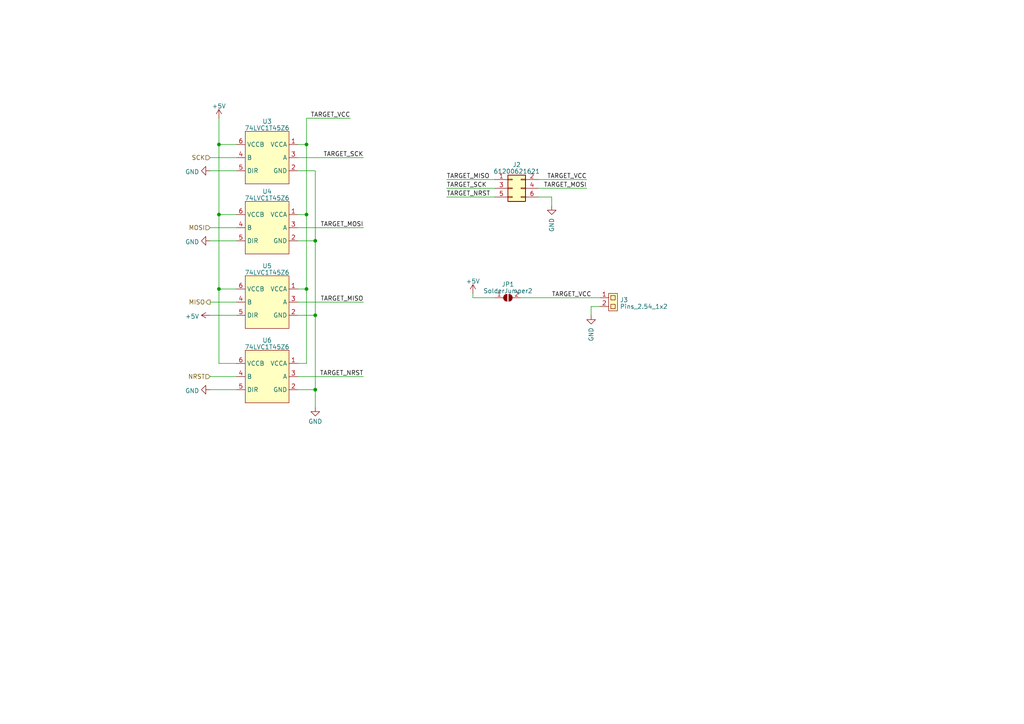
<source format=kicad_sch>
(kicad_sch (version 20230121) (generator eeschema)

  (uuid d1b3d3cc-c3b7-4026-8815-95ff3b9d6e28)

  (paper "A4")

  (lib_symbols
    (symbol "Connector_Generic:Conn_02x03_Odd_Even" (pin_names (offset 1.016) hide) (in_bom yes) (on_board yes)
      (property "Reference" "J" (at 1.27 5.08 0)
        (effects (font (size 1.27 1.27)))
      )
      (property "Value" "Conn_02x03_Odd_Even" (at 1.27 -5.08 0)
        (effects (font (size 1.27 1.27)))
      )
      (property "Footprint" "" (at 0 0 0)
        (effects (font (size 1.27 1.27)) hide)
      )
      (property "Datasheet" "~" (at 0 0 0)
        (effects (font (size 1.27 1.27)) hide)
      )
      (property "ki_keywords" "connector" (at 0 0 0)
        (effects (font (size 1.27 1.27)) hide)
      )
      (property "ki_description" "Generic connector, double row, 02x03, odd/even pin numbering scheme (row 1 odd numbers, row 2 even numbers), script generated (kicad-library-utils/schlib/autogen/connector/)" (at 0 0 0)
        (effects (font (size 1.27 1.27)) hide)
      )
      (property "ki_fp_filters" "Connector*:*_2x??_*" (at 0 0 0)
        (effects (font (size 1.27 1.27)) hide)
      )
      (symbol "Conn_02x03_Odd_Even_1_1"
        (rectangle (start -1.27 -2.413) (end 0 -2.667)
          (stroke (width 0.1524) (type default))
          (fill (type none))
        )
        (rectangle (start -1.27 0.127) (end 0 -0.127)
          (stroke (width 0.1524) (type default))
          (fill (type none))
        )
        (rectangle (start -1.27 2.667) (end 0 2.413)
          (stroke (width 0.1524) (type default))
          (fill (type none))
        )
        (rectangle (start -1.27 3.81) (end 3.81 -3.81)
          (stroke (width 0.254) (type default))
          (fill (type background))
        )
        (rectangle (start 3.81 -2.413) (end 2.54 -2.667)
          (stroke (width 0.1524) (type default))
          (fill (type none))
        )
        (rectangle (start 3.81 0.127) (end 2.54 -0.127)
          (stroke (width 0.1524) (type default))
          (fill (type none))
        )
        (rectangle (start 3.81 2.667) (end 2.54 2.413)
          (stroke (width 0.1524) (type default))
          (fill (type none))
        )
        (pin passive line (at -5.08 2.54 0) (length 3.81)
          (name "Pin_1" (effects (font (size 1.27 1.27))))
          (number "1" (effects (font (size 1.27 1.27))))
        )
        (pin passive line (at 7.62 2.54 180) (length 3.81)
          (name "Pin_2" (effects (font (size 1.27 1.27))))
          (number "2" (effects (font (size 1.27 1.27))))
        )
        (pin passive line (at -5.08 0 0) (length 3.81)
          (name "Pin_3" (effects (font (size 1.27 1.27))))
          (number "3" (effects (font (size 1.27 1.27))))
        )
        (pin passive line (at 7.62 0 180) (length 3.81)
          (name "Pin_4" (effects (font (size 1.27 1.27))))
          (number "4" (effects (font (size 1.27 1.27))))
        )
        (pin passive line (at -5.08 -2.54 0) (length 3.81)
          (name "Pin_5" (effects (font (size 1.27 1.27))))
          (number "5" (effects (font (size 1.27 1.27))))
        )
        (pin passive line (at 7.62 -2.54 180) (length 3.81)
          (name "Pin_6" (effects (font (size 1.27 1.27))))
          (number "6" (effects (font (size 1.27 1.27))))
        )
      )
    )
    (symbol "GND_1" (power) (pin_names (offset 0)) (in_bom yes) (on_board yes)
      (property "Reference" "#PWR" (at 0 -6.35 0)
        (effects (font (size 1.27 1.27)) hide)
      )
      (property "Value" "GND_1" (at 0 -3.81 0)
        (effects (font (size 1.27 1.27)))
      )
      (property "Footprint" "" (at 0 0 0)
        (effects (font (size 1.27 1.27)) hide)
      )
      (property "Datasheet" "" (at 0 0 0)
        (effects (font (size 1.27 1.27)) hide)
      )
      (property "ki_keywords" "global power" (at 0 0 0)
        (effects (font (size 1.27 1.27)) hide)
      )
      (property "ki_description" "Power symbol creates a global label with name \"GND\" , ground" (at 0 0 0)
        (effects (font (size 1.27 1.27)) hide)
      )
      (symbol "GND_1_0_1"
        (polyline
          (pts
            (xy 0 0)
            (xy 0 -1.27)
            (xy 1.27 -1.27)
            (xy 0 -2.54)
            (xy -1.27 -1.27)
            (xy 0 -1.27)
          )
          (stroke (width 0) (type default))
          (fill (type none))
        )
      )
      (symbol "GND_1_1_1"
        (pin power_in line (at 0 0 270) (length 0) hide
          (name "GND" (effects (font (size 1.27 1.27))))
          (number "1" (effects (font (size 1.27 1.27))))
        )
      )
    )
    (symbol "J_Connector:Pins_2.54_1x2" (pin_names hide) (in_bom yes) (on_board yes)
      (property "Reference" "J" (at -1.27 6.35 0)
        (effects (font (size 1.27 1.27)))
      )
      (property "Value" "Pins_2.54_1x2" (at 0 -1.27 0)
        (effects (font (size 1.27 1.27)))
      )
      (property "Footprint" "J_Connector:Pins-2.54-1x2" (at 0 -3.175 0)
        (effects (font (size 1.27 1.27)) hide)
      )
      (property "Datasheet" "" (at 0 0 0)
        (effects (font (size 1.27 1.27)) hide)
      )
      (symbol "Pins_2.54_1x2_0_1"
        (rectangle (start -1.27 5.08) (end 1.27 0)
          (stroke (width 0.1524) (type default))
          (fill (type background))
        )
        (rectangle (start -0.635 1.905) (end 0.635 0.635)
          (stroke (width 0.1524) (type default))
          (fill (type none))
        )
        (rectangle (start -0.635 4.445) (end 0.635 3.175)
          (stroke (width 0.1524) (type default))
          (fill (type none))
        )
      )
      (symbol "Pins_2.54_1x2_1_1"
        (pin passive line (at -3.81 3.81 0) (length 2.54)
          (name "1" (effects (font (size 1.27 1.27))))
          (number "1" (effects (font (size 1.27 1.27))))
        )
        (pin passive line (at -3.81 1.27 0) (length 2.54)
          (name "2" (effects (font (size 1.27 1.27))))
          (number "2" (effects (font (size 1.27 1.27))))
        )
      )
    )
    (symbol "Jumper:SolderJumper_2_Open" (pin_names (offset 0) hide) (in_bom yes) (on_board yes)
      (property "Reference" "JP" (at 0 2.032 0)
        (effects (font (size 1.27 1.27)))
      )
      (property "Value" "SolderJumper_2_Open" (at 0 -2.54 0)
        (effects (font (size 1.27 1.27)))
      )
      (property "Footprint" "" (at 0 0 0)
        (effects (font (size 1.27 1.27)) hide)
      )
      (property "Datasheet" "~" (at 0 0 0)
        (effects (font (size 1.27 1.27)) hide)
      )
      (property "ki_keywords" "solder jumper SPST" (at 0 0 0)
        (effects (font (size 1.27 1.27)) hide)
      )
      (property "ki_description" "Solder Jumper, 2-pole, open" (at 0 0 0)
        (effects (font (size 1.27 1.27)) hide)
      )
      (property "ki_fp_filters" "SolderJumper*Open*" (at 0 0 0)
        (effects (font (size 1.27 1.27)) hide)
      )
      (symbol "SolderJumper_2_Open_0_1"
        (arc (start -0.254 1.016) (mid -1.2656 0) (end -0.254 -1.016)
          (stroke (width 0) (type default))
          (fill (type none))
        )
        (arc (start -0.254 1.016) (mid -1.2656 0) (end -0.254 -1.016)
          (stroke (width 0) (type default))
          (fill (type outline))
        )
        (polyline
          (pts
            (xy -0.254 1.016)
            (xy -0.254 -1.016)
          )
          (stroke (width 0) (type default))
          (fill (type none))
        )
        (polyline
          (pts
            (xy 0.254 1.016)
            (xy 0.254 -1.016)
          )
          (stroke (width 0) (type default))
          (fill (type none))
        )
        (arc (start 0.254 -1.016) (mid 1.2656 0) (end 0.254 1.016)
          (stroke (width 0) (type default))
          (fill (type none))
        )
        (arc (start 0.254 -1.016) (mid 1.2656 0) (end 0.254 1.016)
          (stroke (width 0) (type default))
          (fill (type outline))
        )
      )
      (symbol "SolderJumper_2_Open_1_1"
        (pin passive line (at -3.81 0 0) (length 2.54)
          (name "A" (effects (font (size 1.27 1.27))))
          (number "1" (effects (font (size 1.27 1.27))))
        )
        (pin passive line (at 3.81 0 180) (length 2.54)
          (name "B" (effects (font (size 1.27 1.27))))
          (number "2" (effects (font (size 1.27 1.27))))
        )
      )
    )
    (symbol "U_Basic:74LVC1T45Z6" (in_bom yes) (on_board yes)
      (property "Reference" "U" (at -5.08 16.51 0)
        (effects (font (size 1.27 1.27)))
      )
      (property "Value" "74LVC1T45Z6" (at 0 -1.27 0)
        (effects (font (size 1.27 1.27)))
      )
      (property "Footprint" "U_IC:SOT563" (at 0 -6.35 0)
        (effects (font (size 1.27 1.27)) hide)
      )
      (property "Datasheet" "https://www.diodes.com/assets/Datasheets/74LVC1T45.pdf" (at 0 -3.81 0)
        (effects (font (size 1.27 1.27)) hide)
      )
      (property "ki_description" "IC TRANSLTR BIDIRECTIONAL SOT563" (at 0 0 0)
        (effects (font (size 1.27 1.27)) hide)
      )
      (symbol "74LVC1T45Z6_1_1"
        (rectangle (start -6.35 15.24) (end 6.35 0)
          (stroke (width 0) (type default))
          (fill (type background))
        )
        (pin power_in line (at -8.89 11.43 0) (length 2.54)
          (name "VCCA" (effects (font (size 1.27 1.27))))
          (number "1" (effects (font (size 1.27 1.27))))
        )
        (pin power_in line (at -8.89 3.81 0) (length 2.54)
          (name "GND" (effects (font (size 1.27 1.27))))
          (number "2" (effects (font (size 1.27 1.27))))
        )
        (pin bidirectional line (at -8.89 7.62 0) (length 2.54)
          (name "A" (effects (font (size 1.27 1.27))))
          (number "3" (effects (font (size 1.27 1.27))))
        )
        (pin bidirectional line (at 8.89 7.62 180) (length 2.54)
          (name "B" (effects (font (size 1.27 1.27))))
          (number "4" (effects (font (size 1.27 1.27))))
        )
        (pin input line (at 8.89 3.81 180) (length 2.54)
          (name "DIR" (effects (font (size 1.27 1.27))))
          (number "5" (effects (font (size 1.27 1.27))))
        )
        (pin power_in line (at 8.89 11.43 180) (length 2.54)
          (name "VCCB" (effects (font (size 1.27 1.27))))
          (number "6" (effects (font (size 1.27 1.27))))
        )
      )
    )
    (symbol "power:+5V" (power) (pin_names (offset 0)) (in_bom yes) (on_board yes)
      (property "Reference" "#PWR" (at 0 -3.81 0)
        (effects (font (size 1.27 1.27)) hide)
      )
      (property "Value" "+5V" (at 0 3.556 0)
        (effects (font (size 1.27 1.27)))
      )
      (property "Footprint" "" (at 0 0 0)
        (effects (font (size 1.27 1.27)) hide)
      )
      (property "Datasheet" "" (at 0 0 0)
        (effects (font (size 1.27 1.27)) hide)
      )
      (property "ki_keywords" "global power" (at 0 0 0)
        (effects (font (size 1.27 1.27)) hide)
      )
      (property "ki_description" "Power symbol creates a global label with name \"+5V\"" (at 0 0 0)
        (effects (font (size 1.27 1.27)) hide)
      )
      (symbol "+5V_0_1"
        (polyline
          (pts
            (xy -0.762 1.27)
            (xy 0 2.54)
          )
          (stroke (width 0) (type default))
          (fill (type none))
        )
        (polyline
          (pts
            (xy 0 0)
            (xy 0 2.54)
          )
          (stroke (width 0) (type default))
          (fill (type none))
        )
        (polyline
          (pts
            (xy 0 2.54)
            (xy 0.762 1.27)
          )
          (stroke (width 0) (type default))
          (fill (type none))
        )
      )
      (symbol "+5V_1_1"
        (pin power_in line (at 0 0 90) (length 0) hide
          (name "+5V" (effects (font (size 1.27 1.27))))
          (number "1" (effects (font (size 1.27 1.27))))
        )
      )
    )
    (symbol "power:GND" (power) (pin_names (offset 0)) (in_bom yes) (on_board yes)
      (property "Reference" "#PWR" (at 0 -6.35 0)
        (effects (font (size 1.27 1.27)) hide)
      )
      (property "Value" "GND" (at 0 -3.81 0)
        (effects (font (size 1.27 1.27)))
      )
      (property "Footprint" "" (at 0 0 0)
        (effects (font (size 1.27 1.27)) hide)
      )
      (property "Datasheet" "" (at 0 0 0)
        (effects (font (size 1.27 1.27)) hide)
      )
      (property "ki_keywords" "power-flag" (at 0 0 0)
        (effects (font (size 1.27 1.27)) hide)
      )
      (property "ki_description" "Power symbol creates a global label with name \"GND\" , ground" (at 0 0 0)
        (effects (font (size 1.27 1.27)) hide)
      )
      (symbol "GND_0_1"
        (polyline
          (pts
            (xy 0 0)
            (xy 0 -1.27)
            (xy 1.27 -1.27)
            (xy 0 -2.54)
            (xy -1.27 -1.27)
            (xy 0 -1.27)
          )
          (stroke (width 0) (type default))
          (fill (type none))
        )
      )
      (symbol "GND_1_1"
        (pin power_in line (at 0 0 270) (length 0) hide
          (name "GND" (effects (font (size 1.27 1.27))))
          (number "1" (effects (font (size 1.27 1.27))))
        )
      )
    )
  )

  (junction (at 91.44 91.44) (diameter 0) (color 0 0 0 0)
    (uuid 2a85878d-dbb4-48a5-a9d0-48408d3f4af6)
  )
  (junction (at 88.9 41.91) (diameter 0) (color 0 0 0 0)
    (uuid 3b50b2bb-55dc-4924-8888-4fba3bd2d0b4)
  )
  (junction (at 88.9 83.82) (diameter 0) (color 0 0 0 0)
    (uuid 5963b151-8a9a-41aa-a8cb-74c8163c8729)
  )
  (junction (at 88.9 62.23) (diameter 0) (color 0 0 0 0)
    (uuid 5c5460f1-6bb6-4c0a-b797-d6d8b3a05753)
  )
  (junction (at 91.44 113.03) (diameter 0) (color 0 0 0 0)
    (uuid 64ae0607-0c72-48f4-9eab-ee33f3a01647)
  )
  (junction (at 91.44 69.85) (diameter 0) (color 0 0 0 0)
    (uuid 7306dc04-cf4f-4f31-a688-c810d0b650e3)
  )
  (junction (at 63.5 83.82) (diameter 0) (color 0 0 0 0)
    (uuid 87f4711d-55ff-4700-80a3-2b93d6ee7437)
  )
  (junction (at 63.5 62.23) (diameter 0) (color 0 0 0 0)
    (uuid a5d33a9c-6aa8-4754-b0b0-c2ccdb982721)
  )
  (junction (at 63.5 41.91) (diameter 0) (color 0 0 0 0)
    (uuid a67300c8-1d6f-4448-a398-9464540d3b34)
  )

  (wire (pts (xy 156.21 52.07) (xy 170.18 52.07))
    (stroke (width 0) (type default))
    (uuid 06203034-9101-4cd3-9b72-3614afb635f6)
  )
  (wire (pts (xy 171.45 91.44) (xy 171.45 88.9))
    (stroke (width 0) (type default))
    (uuid 09d219eb-9200-46af-98a2-657cbebf658b)
  )
  (wire (pts (xy 63.5 83.82) (xy 68.58 83.82))
    (stroke (width 0) (type default))
    (uuid 129c60f4-a2e7-4b5d-b1d8-be97d220e2ef)
  )
  (wire (pts (xy 63.5 41.91) (xy 68.58 41.91))
    (stroke (width 0) (type default))
    (uuid 1556bdc9-811d-449d-b8f4-6c9aa4dca6ea)
  )
  (wire (pts (xy 63.5 41.91) (xy 63.5 62.23))
    (stroke (width 0) (type default))
    (uuid 211aa025-4019-42fe-a647-6c03334125cc)
  )
  (wire (pts (xy 91.44 91.44) (xy 91.44 113.03))
    (stroke (width 0) (type default))
    (uuid 36067232-18cd-4767-bca0-f69080e5874b)
  )
  (wire (pts (xy 63.5 62.23) (xy 68.58 62.23))
    (stroke (width 0) (type default))
    (uuid 362f33ca-f61f-49d5-bb11-892a174b53a7)
  )
  (wire (pts (xy 60.96 109.22) (xy 68.58 109.22))
    (stroke (width 0) (type default))
    (uuid 386ecd86-3c1f-4405-8cea-99f1ccca3be0)
  )
  (wire (pts (xy 86.36 87.63) (xy 105.41 87.63))
    (stroke (width 0) (type default))
    (uuid 3c9dbc53-e90f-43b9-8bad-e85b66e7bf65)
  )
  (wire (pts (xy 86.36 83.82) (xy 88.9 83.82))
    (stroke (width 0) (type default))
    (uuid 40d76a86-e495-447e-bd7a-e3db2c79cfa7)
  )
  (wire (pts (xy 60.96 49.53) (xy 68.58 49.53))
    (stroke (width 0) (type default))
    (uuid 470fb0a6-d040-43ce-b9dc-19797e213ef2)
  )
  (wire (pts (xy 63.5 83.82) (xy 63.5 105.41))
    (stroke (width 0) (type default))
    (uuid 479bef8a-4d3d-4edd-b4d4-39d28a179984)
  )
  (wire (pts (xy 129.54 54.61) (xy 143.51 54.61))
    (stroke (width 0) (type default))
    (uuid 5225d12d-0490-4be1-b5dd-d39a5d2fa447)
  )
  (wire (pts (xy 86.36 109.22) (xy 105.41 109.22))
    (stroke (width 0) (type default))
    (uuid 560c1d9d-c072-4989-af77-46faad56f360)
  )
  (wire (pts (xy 160.02 57.15) (xy 156.21 57.15))
    (stroke (width 0) (type default))
    (uuid 60c6b1b9-2d8e-47e2-85d7-a8756fded737)
  )
  (wire (pts (xy 86.36 91.44) (xy 91.44 91.44))
    (stroke (width 0) (type default))
    (uuid 63660d25-2cea-4294-916e-d57f3a2f83bb)
  )
  (wire (pts (xy 60.96 66.04) (xy 68.58 66.04))
    (stroke (width 0) (type default))
    (uuid 6645943b-afdd-49ce-8262-8f1400c1c601)
  )
  (wire (pts (xy 88.9 41.91) (xy 88.9 62.23))
    (stroke (width 0) (type default))
    (uuid 6a8523e6-73df-450a-855f-7c15f2329819)
  )
  (wire (pts (xy 86.36 105.41) (xy 88.9 105.41))
    (stroke (width 0) (type default))
    (uuid 6f7d3573-4658-436f-b4a8-82271d1d762b)
  )
  (wire (pts (xy 160.02 59.69) (xy 160.02 57.15))
    (stroke (width 0) (type default))
    (uuid 6f98c627-636e-4816-bf5d-70d3695a9f2d)
  )
  (wire (pts (xy 60.96 45.72) (xy 68.58 45.72))
    (stroke (width 0) (type default))
    (uuid 78163f8a-8343-42f7-b641-a1778ec4f566)
  )
  (wire (pts (xy 86.36 113.03) (xy 91.44 113.03))
    (stroke (width 0) (type default))
    (uuid 7b8e0da8-91dd-4c07-a88e-5e37ca51f185)
  )
  (wire (pts (xy 137.16 86.36) (xy 143.51 86.36))
    (stroke (width 0) (type default))
    (uuid 83296a1c-4b68-4aed-9c98-db8aca431274)
  )
  (wire (pts (xy 86.36 69.85) (xy 91.44 69.85))
    (stroke (width 0) (type default))
    (uuid 8584208d-2cd4-4a44-b90a-2fd87f58c529)
  )
  (wire (pts (xy 60.96 113.03) (xy 68.58 113.03))
    (stroke (width 0) (type default))
    (uuid 93f98a7c-abcc-4e2e-afb1-68d5b2f73f98)
  )
  (wire (pts (xy 171.45 88.9) (xy 173.99 88.9))
    (stroke (width 0) (type default))
    (uuid 990d5b80-90aa-4bad-af82-dda693e01a20)
  )
  (wire (pts (xy 88.9 34.29) (xy 88.9 41.91))
    (stroke (width 0) (type default))
    (uuid a4ba7f50-0c0d-4c1e-ae2a-f90e95d152d6)
  )
  (wire (pts (xy 86.36 62.23) (xy 88.9 62.23))
    (stroke (width 0) (type default))
    (uuid ac94e639-c9df-4813-9450-1f3bb0cc5449)
  )
  (wire (pts (xy 137.16 85.09) (xy 137.16 86.36))
    (stroke (width 0) (type default))
    (uuid af1f16e6-290e-4bc1-ba0c-697704e23b26)
  )
  (wire (pts (xy 86.36 66.04) (xy 105.41 66.04))
    (stroke (width 0) (type default))
    (uuid b9e6e256-7078-4a33-bc93-e1c01c40264f)
  )
  (wire (pts (xy 151.13 86.36) (xy 173.99 86.36))
    (stroke (width 0) (type default))
    (uuid ba7e4bae-3ade-433b-b61f-66de67aac398)
  )
  (wire (pts (xy 60.96 87.63) (xy 68.58 87.63))
    (stroke (width 0) (type default))
    (uuid bacd5bae-3f7d-44f1-bb39-abec193edb4a)
  )
  (wire (pts (xy 63.5 105.41) (xy 68.58 105.41))
    (stroke (width 0) (type default))
    (uuid c9c7e571-5820-4324-98f6-b21758ff7e0d)
  )
  (wire (pts (xy 88.9 83.82) (xy 88.9 105.41))
    (stroke (width 0) (type default))
    (uuid d0f7cdc0-00eb-4587-8736-47a3e418d3c7)
  )
  (wire (pts (xy 86.36 49.53) (xy 91.44 49.53))
    (stroke (width 0) (type default))
    (uuid d17ce299-c2eb-4815-b9f2-75584d4249f5)
  )
  (wire (pts (xy 60.96 69.85) (xy 68.58 69.85))
    (stroke (width 0) (type default))
    (uuid d4051b4f-83a9-4bfb-8afd-6f48cbb15925)
  )
  (wire (pts (xy 63.5 34.29) (xy 63.5 41.91))
    (stroke (width 0) (type default))
    (uuid d4bc1e8d-e8f4-47a2-9f14-fd13d588d178)
  )
  (wire (pts (xy 63.5 62.23) (xy 63.5 83.82))
    (stroke (width 0) (type default))
    (uuid d52d47ac-52c7-41f2-aaf7-f69f052e1f1b)
  )
  (wire (pts (xy 91.44 113.03) (xy 91.44 118.11))
    (stroke (width 0) (type default))
    (uuid d5348863-7ac3-485e-8f50-13405a5a5bae)
  )
  (wire (pts (xy 101.6 34.29) (xy 88.9 34.29))
    (stroke (width 0) (type default))
    (uuid d957e1b1-f92a-4013-9c68-0018885d1ded)
  )
  (wire (pts (xy 60.96 91.44) (xy 68.58 91.44))
    (stroke (width 0) (type default))
    (uuid dc10ab37-7c08-49cf-89cb-3fb48317db90)
  )
  (wire (pts (xy 91.44 69.85) (xy 91.44 91.44))
    (stroke (width 0) (type default))
    (uuid de859142-591c-4f46-8378-c3ae17f40543)
  )
  (wire (pts (xy 86.36 41.91) (xy 88.9 41.91))
    (stroke (width 0) (type default))
    (uuid e13ccffd-2ff8-4eaf-a0e7-76c2640ea55e)
  )
  (wire (pts (xy 129.54 57.15) (xy 143.51 57.15))
    (stroke (width 0) (type default))
    (uuid e4f12ed0-967f-41c8-9399-05889cf89113)
  )
  (wire (pts (xy 86.36 45.72) (xy 105.41 45.72))
    (stroke (width 0) (type default))
    (uuid eb2a1d10-331c-40a4-a983-ea046c53d49e)
  )
  (wire (pts (xy 91.44 49.53) (xy 91.44 69.85))
    (stroke (width 0) (type default))
    (uuid ef29f4f7-5235-4f6b-9fe0-7138383ca14d)
  )
  (wire (pts (xy 129.54 52.07) (xy 143.51 52.07))
    (stroke (width 0) (type default))
    (uuid f05c3ecc-689a-41b4-9457-44faea6d3f8a)
  )
  (wire (pts (xy 88.9 62.23) (xy 88.9 83.82))
    (stroke (width 0) (type default))
    (uuid f06bef35-bb07-46f9-a12a-d32794dcd269)
  )
  (wire (pts (xy 156.21 54.61) (xy 170.18 54.61))
    (stroke (width 0) (type default))
    (uuid fe977348-c68a-432c-8ba5-962eade0791f)
  )

  (label "TARGET_SCK" (at 105.41 45.72 180) (fields_autoplaced)
    (effects (font (size 1.27 1.27)) (justify right bottom))
    (uuid 06178feb-5eb5-4a7e-b883-339ba8e12e44)
  )
  (label "TARGET_VCC" (at 101.6 34.29 180) (fields_autoplaced)
    (effects (font (size 1.27 1.27)) (justify right bottom))
    (uuid 07c7f909-14cd-4b72-b91e-213f67f65f78)
  )
  (label "TARGET_MISO" (at 129.54 52.07 0) (fields_autoplaced)
    (effects (font (size 1.27 1.27)) (justify left bottom))
    (uuid 1e269edd-b429-4297-9f8d-25d1ca3e8d76)
  )
  (label "TARGET_NRST" (at 105.41 109.22 180) (fields_autoplaced)
    (effects (font (size 1.27 1.27)) (justify right bottom))
    (uuid 2e4710f8-58d3-425f-bc19-d4fd8b11227f)
  )
  (label "TARGET_NRST" (at 129.54 57.15 0) (fields_autoplaced)
    (effects (font (size 1.27 1.27)) (justify left bottom))
    (uuid 4a10625b-4bd0-4ebd-bb60-bda5db05909e)
  )
  (label "TARGET_MOSI" (at 170.18 54.61 180) (fields_autoplaced)
    (effects (font (size 1.27 1.27)) (justify right bottom))
    (uuid 5a6263bb-d93e-4ad9-9ae1-4260264944c7)
  )
  (label "TARGET_SCK" (at 129.54 54.61 0) (fields_autoplaced)
    (effects (font (size 1.27 1.27)) (justify left bottom))
    (uuid 6d7f7091-8e44-4cb1-8b4d-3de1414c2735)
  )
  (label "TARGET_VCC" (at 170.18 52.07 180) (fields_autoplaced)
    (effects (font (size 1.27 1.27)) (justify right bottom))
    (uuid 8b481b84-f46a-4fc7-b5d5-32937c9254e8)
  )
  (label "TARGET_MISO" (at 105.41 87.63 180) (fields_autoplaced)
    (effects (font (size 1.27 1.27)) (justify right bottom))
    (uuid 9acf4aa4-f777-4ba3-8505-1836178432f6)
  )
  (label "TARGET_MOSI" (at 105.41 66.04 180) (fields_autoplaced)
    (effects (font (size 1.27 1.27)) (justify right bottom))
    (uuid b37fcc1c-9829-4fe7-ae5c-4f5c0f393040)
  )
  (label "TARGET_VCC" (at 160.02 86.36 0) (fields_autoplaced)
    (effects (font (size 1.27 1.27)) (justify left bottom))
    (uuid ba5b7b90-3c30-443b-a18d-d2e6a8e645c4)
  )

  (hierarchical_label "MOSI" (shape input) (at 60.96 66.04 180) (fields_autoplaced)
    (effects (font (size 1.27 1.27)) (justify right))
    (uuid 2d2de897-72ff-4111-a6e8-b7bd72670982)
  )
  (hierarchical_label "SCK" (shape input) (at 60.96 45.72 180) (fields_autoplaced)
    (effects (font (size 1.27 1.27)) (justify right))
    (uuid 3695045f-040a-475f-9d68-77c1de8d6336)
  )
  (hierarchical_label "NRST" (shape input) (at 60.96 109.22 180) (fields_autoplaced)
    (effects (font (size 1.27 1.27)) (justify right))
    (uuid 9b87829c-d817-4254-b999-7876ece23864)
  )
  (hierarchical_label "MISO" (shape output) (at 60.96 87.63 180) (fields_autoplaced)
    (effects (font (size 1.27 1.27)) (justify right))
    (uuid f1d376ab-d1fd-4f01-a054-29548d3e0a3a)
  )

  (symbol (lib_name "GND_1") (lib_id "power:GND") (at 91.44 118.11 0) (unit 1)
    (in_bom yes) (on_board yes) (dnp no) (fields_autoplaced)
    (uuid 1c24382c-bb6f-40de-ac21-4aeabdc40fa2)
    (property "Reference" "#PWR026" (at 91.44 124.46 0)
      (effects (font (size 1.27 1.27)) hide)
    )
    (property "Value" "GND" (at 91.44 122.2455 0)
      (effects (font (size 1.27 1.27)))
    )
    (property "Footprint" "" (at 91.44 118.11 0)
      (effects (font (size 1.27 1.27)) hide)
    )
    (property "Datasheet" "" (at 91.44 118.11 0)
      (effects (font (size 1.27 1.27)) hide)
    )
    (pin "1" (uuid c79a9a90-8ddd-4b21-9171-0988a45ecca7))
    (instances
      (project "ICSP-Programmer-HW"
        (path "/5952f252-dd2a-4213-9849-5d3ec960c0f2/503087ff-ef98-4ee3-b2a9-012004e0bc0f"
          (reference "#PWR026") (unit 1)
        )
      )
    )
  )

  (symbol (lib_id "power:+5V") (at 137.16 85.09 0) (unit 1)
    (in_bom yes) (on_board yes) (dnp no) (fields_autoplaced)
    (uuid 29452eea-f3b5-43a7-ad41-283ef7150432)
    (property "Reference" "#PWR037" (at 137.16 88.9 0)
      (effects (font (size 1.27 1.27)) hide)
    )
    (property "Value" "+5V" (at 137.16 81.5881 0)
      (effects (font (size 1.27 1.27)))
    )
    (property "Footprint" "" (at 137.16 85.09 0)
      (effects (font (size 1.27 1.27)) hide)
    )
    (property "Datasheet" "" (at 137.16 85.09 0)
      (effects (font (size 1.27 1.27)) hide)
    )
    (pin "1" (uuid b05d902e-9e31-4cc1-bc68-54d7a246632d))
    (instances
      (project "ICSP-Programmer-HW"
        (path "/5952f252-dd2a-4213-9849-5d3ec960c0f2/503087ff-ef98-4ee3-b2a9-012004e0bc0f"
          (reference "#PWR037") (unit 1)
        )
      )
    )
  )

  (symbol (lib_id "power:GND") (at 160.02 59.69 0) (unit 1)
    (in_bom yes) (on_board yes) (dnp no)
    (uuid 7ac620bb-4d17-40c8-98f8-efa8067f694a)
    (property "Reference" "#PWR027" (at 160.02 66.04 0)
      (effects (font (size 1.27 1.27)) hide)
    )
    (property "Value" "GND" (at 160.02 67.31 90)
      (effects (font (size 1.27 1.27)) (justify left))
    )
    (property "Footprint" "" (at 160.02 59.69 0)
      (effects (font (size 1.27 1.27)) hide)
    )
    (property "Datasheet" "" (at 160.02 59.69 0)
      (effects (font (size 1.27 1.27)) hide)
    )
    (pin "1" (uuid f87047ef-ffb9-4168-b2e6-baf7dadf2d87))
    (instances
      (project "ICSP-Programmer-HW"
        (path "/5952f252-dd2a-4213-9849-5d3ec960c0f2"
          (reference "#PWR027") (unit 1)
        )
        (path "/5952f252-dd2a-4213-9849-5d3ec960c0f2/c520841e-c77f-4c7f-8e64-5a062111fbe9"
          (reference "#PWR07") (unit 1)
        )
        (path "/5952f252-dd2a-4213-9849-5d3ec960c0f2/503087ff-ef98-4ee3-b2a9-012004e0bc0f"
          (reference "#PWR025") (unit 1)
        )
      )
      (project "Control-HW"
        (path "/b6d3735f-4c90-4b13-8a59-d00862ca760c/0efb9293-af2b-4951-be8b-c2bbb9c050db"
          (reference "#PWR010") (unit 1)
        )
      )
    )
  )

  (symbol (lib_id "U_Basic:74LVC1T45Z6") (at 77.47 95.25 0) (mirror y) (unit 1)
    (in_bom yes) (on_board yes) (dnp no)
    (uuid 84d48baa-d27e-47e2-be0b-586192e9f974)
    (property "Reference" "U5" (at 77.47 77.1271 0)
      (effects (font (size 1.27 1.27)))
    )
    (property "Value" "74LVC1T45Z6" (at 77.47 79.0481 0)
      (effects (font (size 1.27 1.27)))
    )
    (property "Footprint" "U_IC:SOT563" (at 77.47 101.6 0)
      (effects (font (size 1.27 1.27)) hide)
    )
    (property "Datasheet" "https://www.diodes.com/assets/Datasheets/74LVC1T45.pdf" (at 77.47 99.06 0)
      (effects (font (size 1.27 1.27)) hide)
    )
    (pin "1" (uuid 5e878984-11d0-43cd-8ea8-fac8611ef929))
    (pin "2" (uuid 9a547f48-e186-4ce9-919e-5799b0a0c8a9))
    (pin "3" (uuid 3e8c4758-8915-464b-877a-fce09ddeccdb))
    (pin "4" (uuid c2e253ea-8b4f-4153-8f22-d9bcc0bd05b7))
    (pin "5" (uuid 04c87ad9-41c4-464a-bbe3-f8507761b4f1))
    (pin "6" (uuid ace1895c-4229-41fc-9a4e-2cf021165439))
    (instances
      (project "ICSP-Programmer-HW"
        (path "/5952f252-dd2a-4213-9849-5d3ec960c0f2/503087ff-ef98-4ee3-b2a9-012004e0bc0f"
          (reference "U5") (unit 1)
        )
      )
    )
  )

  (symbol (lib_id "Connector_Generic:Conn_02x03_Odd_Even") (at 148.59 54.61 0) (unit 1)
    (in_bom yes) (on_board yes) (dnp no) (fields_autoplaced)
    (uuid 8e43e9c9-2107-404b-9ca5-184eaac5b58f)
    (property "Reference" "J2" (at 149.86 47.7901 0)
      (effects (font (size 1.27 1.27)))
    )
    (property "Value" "61200621621" (at 149.86 49.7111 0)
      (effects (font (size 1.27 1.27)))
    )
    (property "Footprint" "Connector_IDC:IDC-Header_2x03_P2.54mm_Vertical" (at 148.59 54.61 0)
      (effects (font (size 1.27 1.27)) hide)
    )
    (property "Datasheet" "~" (at 148.59 54.61 0)
      (effects (font (size 1.27 1.27)) hide)
    )
    (pin "1" (uuid 005069eb-f3bf-4b04-b36d-043fb1bd0344))
    (pin "2" (uuid 863ada33-f281-4242-b8a9-ea14edefd54c))
    (pin "3" (uuid 1c9c958b-9544-48dc-826c-a675e2dcc395))
    (pin "4" (uuid 41eabf12-8dde-444b-8b2e-6a065e8b8668))
    (pin "5" (uuid 9e41933e-f777-424a-b5f6-bfc74d9dbc15))
    (pin "6" (uuid 588041c0-30a8-4a32-8701-445d8277b0fd))
    (instances
      (project "ICSP-Programmer-HW"
        (path "/5952f252-dd2a-4213-9849-5d3ec960c0f2"
          (reference "J2") (unit 1)
        )
        (path "/5952f252-dd2a-4213-9849-5d3ec960c0f2/503087ff-ef98-4ee3-b2a9-012004e0bc0f"
          (reference "J2") (unit 1)
        )
      )
    )
  )

  (symbol (lib_id "U_Basic:74LVC1T45Z6") (at 77.47 73.66 0) (mirror y) (unit 1)
    (in_bom yes) (on_board yes) (dnp no)
    (uuid a399964e-bbe5-494b-b5a6-b150dd72f889)
    (property "Reference" "U4" (at 77.47 55.5371 0)
      (effects (font (size 1.27 1.27)))
    )
    (property "Value" "74LVC1T45Z6" (at 77.47 57.4581 0)
      (effects (font (size 1.27 1.27)))
    )
    (property "Footprint" "U_IC:SOT563" (at 77.47 80.01 0)
      (effects (font (size 1.27 1.27)) hide)
    )
    (property "Datasheet" "https://www.diodes.com/assets/Datasheets/74LVC1T45.pdf" (at 77.47 77.47 0)
      (effects (font (size 1.27 1.27)) hide)
    )
    (pin "1" (uuid abd8bfc2-83ec-44fc-8487-0d01247b1e30))
    (pin "2" (uuid 5c35c7a3-7976-4236-bd6f-e695b518b285))
    (pin "3" (uuid 19c8947f-0676-4786-af3b-0e80b2c4d3ed))
    (pin "4" (uuid 4df67e15-f49e-4650-bb72-7a2cb32203ca))
    (pin "5" (uuid 1382d235-e43d-4aa9-abc2-c41c370bcc0d))
    (pin "6" (uuid 581bc647-7d35-42ff-afd4-749583a3e2c3))
    (instances
      (project "ICSP-Programmer-HW"
        (path "/5952f252-dd2a-4213-9849-5d3ec960c0f2/503087ff-ef98-4ee3-b2a9-012004e0bc0f"
          (reference "U4") (unit 1)
        )
      )
    )
  )

  (symbol (lib_name "GND_1") (lib_id "power:GND") (at 60.96 69.85 270) (unit 1)
    (in_bom yes) (on_board yes) (dnp no) (fields_autoplaced)
    (uuid af7f6eff-603c-4a78-94a0-52de60428521)
    (property "Reference" "#PWR029" (at 54.61 69.85 0)
      (effects (font (size 1.27 1.27)) hide)
    )
    (property "Value" "GND" (at 57.7851 70.1668 90)
      (effects (font (size 1.27 1.27)) (justify right))
    )
    (property "Footprint" "" (at 60.96 69.85 0)
      (effects (font (size 1.27 1.27)) hide)
    )
    (property "Datasheet" "" (at 60.96 69.85 0)
      (effects (font (size 1.27 1.27)) hide)
    )
    (pin "1" (uuid 83f46eea-fc22-4230-8776-8785786fa323))
    (instances
      (project "ICSP-Programmer-HW"
        (path "/5952f252-dd2a-4213-9849-5d3ec960c0f2/503087ff-ef98-4ee3-b2a9-012004e0bc0f"
          (reference "#PWR029") (unit 1)
        )
      )
    )
  )

  (symbol (lib_id "power:GND") (at 171.45 91.44 0) (unit 1)
    (in_bom yes) (on_board yes) (dnp no)
    (uuid c919be47-ba5b-48bc-8256-41e66b64533c)
    (property "Reference" "#PWR027" (at 171.45 97.79 0)
      (effects (font (size 1.27 1.27)) hide)
    )
    (property "Value" "GND" (at 171.45 99.06 90)
      (effects (font (size 1.27 1.27)) (justify left))
    )
    (property "Footprint" "" (at 171.45 91.44 0)
      (effects (font (size 1.27 1.27)) hide)
    )
    (property "Datasheet" "" (at 171.45 91.44 0)
      (effects (font (size 1.27 1.27)) hide)
    )
    (pin "1" (uuid ae39024c-2fb8-49c2-a020-a770dbc4e950))
    (instances
      (project "ICSP-Programmer-HW"
        (path "/5952f252-dd2a-4213-9849-5d3ec960c0f2"
          (reference "#PWR027") (unit 1)
        )
        (path "/5952f252-dd2a-4213-9849-5d3ec960c0f2/c520841e-c77f-4c7f-8e64-5a062111fbe9"
          (reference "#PWR07") (unit 1)
        )
        (path "/5952f252-dd2a-4213-9849-5d3ec960c0f2/503087ff-ef98-4ee3-b2a9-012004e0bc0f"
          (reference "#PWR032") (unit 1)
        )
      )
      (project "Control-HW"
        (path "/b6d3735f-4c90-4b13-8a59-d00862ca760c/0efb9293-af2b-4951-be8b-c2bbb9c050db"
          (reference "#PWR010") (unit 1)
        )
      )
    )
  )

  (symbol (lib_id "Jumper:SolderJumper_2_Open") (at 147.32 86.36 0) (unit 1)
    (in_bom yes) (on_board yes) (dnp no) (fields_autoplaced)
    (uuid cb998c42-653a-4918-94ec-322df8dcb9ba)
    (property "Reference" "JP1" (at 147.32 82.4611 0)
      (effects (font (size 1.27 1.27)))
    )
    (property "Value" "SolderJumper2" (at 147.32 84.3821 0)
      (effects (font (size 1.27 1.27)))
    )
    (property "Footprint" "Jumper:SolderJumper-2_P1.3mm_Open_RoundedPad1.0x1.5mm" (at 147.32 86.36 0)
      (effects (font (size 1.27 1.27)) hide)
    )
    (property "Datasheet" "~" (at 147.32 86.36 0)
      (effects (font (size 1.27 1.27)) hide)
    )
    (pin "1" (uuid 63a5ebb4-568e-472c-94f1-fc3013e2aee8))
    (pin "2" (uuid 34221045-355b-41d1-909e-dc405133b170))
    (instances
      (project "ICSP-Programmer-HW"
        (path "/5952f252-dd2a-4213-9849-5d3ec960c0f2/503087ff-ef98-4ee3-b2a9-012004e0bc0f"
          (reference "JP1") (unit 1)
        )
      )
    )
  )

  (symbol (lib_id "power:+5V") (at 63.5 34.29 0) (unit 1)
    (in_bom yes) (on_board yes) (dnp no) (fields_autoplaced)
    (uuid d26dbe07-6d62-4438-8bcb-eabb9a80503d)
    (property "Reference" "#PWR027" (at 63.5 38.1 0)
      (effects (font (size 1.27 1.27)) hide)
    )
    (property "Value" "+5V" (at 63.5 30.7881 0)
      (effects (font (size 1.27 1.27)))
    )
    (property "Footprint" "" (at 63.5 34.29 0)
      (effects (font (size 1.27 1.27)) hide)
    )
    (property "Datasheet" "" (at 63.5 34.29 0)
      (effects (font (size 1.27 1.27)) hide)
    )
    (pin "1" (uuid 6ba6f523-5efd-47a1-90bb-d43741b07dc1))
    (instances
      (project "ICSP-Programmer-HW"
        (path "/5952f252-dd2a-4213-9849-5d3ec960c0f2/503087ff-ef98-4ee3-b2a9-012004e0bc0f"
          (reference "#PWR027") (unit 1)
        )
      )
    )
  )

  (symbol (lib_id "J_Connector:Pins_2.54_1x2") (at 177.8 90.17 0) (unit 1)
    (in_bom yes) (on_board yes) (dnp no) (fields_autoplaced)
    (uuid da1b9d11-5fae-4594-aed8-8f8369034e24)
    (property "Reference" "J3" (at 179.7812 86.9863 0)
      (effects (font (size 1.27 1.27)) (justify left))
    )
    (property "Value" "Pins_2.54_1x2" (at 179.7812 88.9073 0)
      (effects (font (size 1.27 1.27)) (justify left))
    )
    (property "Footprint" "J_Connector:Pins-2.54-1x2" (at 177.8 93.345 0)
      (effects (font (size 1.27 1.27)) hide)
    )
    (property "Datasheet" "" (at 177.8 90.17 0)
      (effects (font (size 1.27 1.27)) hide)
    )
    (pin "1" (uuid b3ca8d95-af49-4083-8a4c-219ddeb22643))
    (pin "2" (uuid 39bff8da-b7f8-4201-a901-79ba4afffff4))
    (instances
      (project "ICSP-Programmer-HW"
        (path "/5952f252-dd2a-4213-9849-5d3ec960c0f2/503087ff-ef98-4ee3-b2a9-012004e0bc0f"
          (reference "J3") (unit 1)
        )
      )
    )
  )

  (symbol (lib_id "U_Basic:74LVC1T45Z6") (at 77.47 116.84 0) (mirror y) (unit 1)
    (in_bom yes) (on_board yes) (dnp no)
    (uuid deda725c-6abf-49fb-ba6d-b6fe3b1314fb)
    (property "Reference" "U6" (at 77.47 98.7171 0)
      (effects (font (size 1.27 1.27)))
    )
    (property "Value" "74LVC1T45Z6" (at 77.47 100.6381 0)
      (effects (font (size 1.27 1.27)))
    )
    (property "Footprint" "U_IC:SOT563" (at 77.47 123.19 0)
      (effects (font (size 1.27 1.27)) hide)
    )
    (property "Datasheet" "https://www.diodes.com/assets/Datasheets/74LVC1T45.pdf" (at 77.47 120.65 0)
      (effects (font (size 1.27 1.27)) hide)
    )
    (pin "1" (uuid 2e50dc5d-0999-4c6f-9bf7-17039bdc409b))
    (pin "2" (uuid 81ac3297-a9bd-407c-a737-5a9f07e38b4e))
    (pin "3" (uuid 923c7389-0f41-4dd3-b529-895a544b59ae))
    (pin "4" (uuid 1008bd42-3c0c-4d35-b8ca-b6ae8ffc4dca))
    (pin "5" (uuid f0c366ba-0810-455c-896f-daf5a0cd860d))
    (pin "6" (uuid 075b0578-61ba-4981-9be0-326f8e25f26f))
    (instances
      (project "ICSP-Programmer-HW"
        (path "/5952f252-dd2a-4213-9849-5d3ec960c0f2/503087ff-ef98-4ee3-b2a9-012004e0bc0f"
          (reference "U6") (unit 1)
        )
      )
    )
  )

  (symbol (lib_id "U_Basic:74LVC1T45Z6") (at 77.47 53.34 0) (mirror y) (unit 1)
    (in_bom yes) (on_board yes) (dnp no)
    (uuid e96a5ef2-7e7e-4e18-8905-a97d77237244)
    (property "Reference" "U3" (at 77.47 35.2171 0)
      (effects (font (size 1.27 1.27)))
    )
    (property "Value" "74LVC1T45Z6" (at 77.47 37.1381 0)
      (effects (font (size 1.27 1.27)))
    )
    (property "Footprint" "U_IC:SOT563" (at 77.47 59.69 0)
      (effects (font (size 1.27 1.27)) hide)
    )
    (property "Datasheet" "https://www.diodes.com/assets/Datasheets/74LVC1T45.pdf" (at 77.47 57.15 0)
      (effects (font (size 1.27 1.27)) hide)
    )
    (pin "1" (uuid 06b2e35d-17b6-4519-82a6-dbfd188796a8))
    (pin "2" (uuid 220da0c2-2220-4e92-8d12-245bff431a53))
    (pin "3" (uuid d2a18621-98b4-4135-aba8-76e5a76b086e))
    (pin "4" (uuid c66ebab5-0522-4ba1-a9ad-ec35e366bd82))
    (pin "5" (uuid 36e283c1-0063-4993-9cf3-0035ec332879))
    (pin "6" (uuid d32ed3d3-5fce-4dd3-b1fa-de0a9280b5cf))
    (instances
      (project "ICSP-Programmer-HW"
        (path "/5952f252-dd2a-4213-9849-5d3ec960c0f2/503087ff-ef98-4ee3-b2a9-012004e0bc0f"
          (reference "U3") (unit 1)
        )
      )
    )
  )

  (symbol (lib_name "GND_1") (lib_id "power:GND") (at 60.96 49.53 270) (unit 1)
    (in_bom yes) (on_board yes) (dnp no) (fields_autoplaced)
    (uuid eaead3bf-9b35-4b98-91d0-fd2b0144f33d)
    (property "Reference" "#PWR030" (at 54.61 49.53 0)
      (effects (font (size 1.27 1.27)) hide)
    )
    (property "Value" "GND" (at 57.7851 49.8468 90)
      (effects (font (size 1.27 1.27)) (justify right))
    )
    (property "Footprint" "" (at 60.96 49.53 0)
      (effects (font (size 1.27 1.27)) hide)
    )
    (property "Datasheet" "" (at 60.96 49.53 0)
      (effects (font (size 1.27 1.27)) hide)
    )
    (pin "1" (uuid c6ba07e0-a047-4d7f-b99d-e37cf8af9763))
    (instances
      (project "ICSP-Programmer-HW"
        (path "/5952f252-dd2a-4213-9849-5d3ec960c0f2/503087ff-ef98-4ee3-b2a9-012004e0bc0f"
          (reference "#PWR030") (unit 1)
        )
      )
    )
  )

  (symbol (lib_id "power:+5V") (at 60.96 91.44 90) (unit 1)
    (in_bom yes) (on_board yes) (dnp no) (fields_autoplaced)
    (uuid f886e85c-745b-4768-a8d5-5e883e598b49)
    (property "Reference" "#PWR031" (at 64.77 91.44 0)
      (effects (font (size 1.27 1.27)) hide)
    )
    (property "Value" "+5V" (at 57.7851 91.7568 90)
      (effects (font (size 1.27 1.27)) (justify left))
    )
    (property "Footprint" "" (at 60.96 91.44 0)
      (effects (font (size 1.27 1.27)) hide)
    )
    (property "Datasheet" "" (at 60.96 91.44 0)
      (effects (font (size 1.27 1.27)) hide)
    )
    (pin "1" (uuid 29a6e9bf-ba4a-4a2f-91a7-9a3ad72b4240))
    (instances
      (project "ICSP-Programmer-HW"
        (path "/5952f252-dd2a-4213-9849-5d3ec960c0f2/503087ff-ef98-4ee3-b2a9-012004e0bc0f"
          (reference "#PWR031") (unit 1)
        )
      )
    )
  )

  (symbol (lib_name "GND_1") (lib_id "power:GND") (at 60.96 113.03 270) (unit 1)
    (in_bom yes) (on_board yes) (dnp no) (fields_autoplaced)
    (uuid f9e09019-0632-4e02-a19f-447af22c490b)
    (property "Reference" "#PWR028" (at 54.61 113.03 0)
      (effects (font (size 1.27 1.27)) hide)
    )
    (property "Value" "GND" (at 57.7851 113.3468 90)
      (effects (font (size 1.27 1.27)) (justify right))
    )
    (property "Footprint" "" (at 60.96 113.03 0)
      (effects (font (size 1.27 1.27)) hide)
    )
    (property "Datasheet" "" (at 60.96 113.03 0)
      (effects (font (size 1.27 1.27)) hide)
    )
    (pin "1" (uuid c786e0f1-0b82-4de4-aeb0-0cb7726f6b4c))
    (instances
      (project "ICSP-Programmer-HW"
        (path "/5952f252-dd2a-4213-9849-5d3ec960c0f2/503087ff-ef98-4ee3-b2a9-012004e0bc0f"
          (reference "#PWR028") (unit 1)
        )
      )
    )
  )
)

</source>
